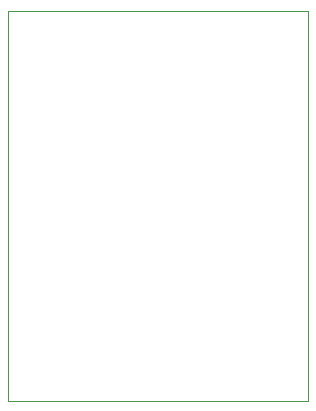
<source format=gbr>
%TF.GenerationSoftware,KiCad,Pcbnew,7.0.8*%
%TF.CreationDate,2023-11-19T13:08:37-05:00*%
%TF.ProjectId,Light Pcb,4c696768-7420-4506-9362-2e6b69636164,rev?*%
%TF.SameCoordinates,Original*%
%TF.FileFunction,Profile,NP*%
%FSLAX46Y46*%
G04 Gerber Fmt 4.6, Leading zero omitted, Abs format (unit mm)*
G04 Created by KiCad (PCBNEW 7.0.8) date 2023-11-19 13:08:37*
%MOMM*%
%LPD*%
G01*
G04 APERTURE LIST*
%TA.AperFunction,Profile*%
%ADD10C,0.100000*%
%TD*%
G04 APERTURE END LIST*
D10*
X88900000Y-48260000D02*
X114300000Y-48260000D01*
X114300000Y-81280000D01*
X88900000Y-81280000D01*
X88900000Y-48260000D01*
M02*

</source>
